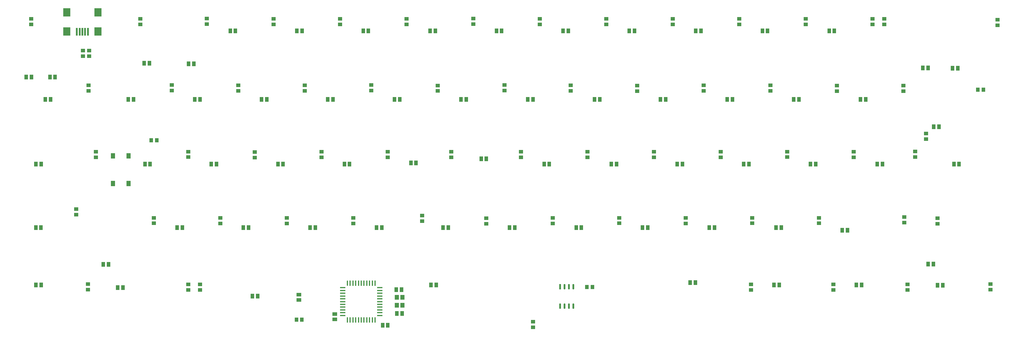
<source format=gbp>
%FSTAX23Y23*%
%MOIN*%
%SFA1B1*%

%IPPOS*%
%ADD10R,0.055000X0.043000*%
%ADD11R,0.043000X0.055000*%
%ADD32R,0.045000X0.055000*%
%ADD33O,0.015000X0.059000*%
%ADD34R,0.015000X0.059000*%
%ADD35R,0.059000X0.015000*%
%ADD36R,0.020000X0.063000*%
%ADD37O,0.020000X0.063000*%
%ADD38R,0.079000X0.098000*%
%ADD39R,0.020000X0.091000*%
%ADD40R,0.051000X0.039000*%
%ADD41R,0.051000X0.061000*%
%ADD42R,0.039000X0.051000*%
G54D10*
X46093Y57954D03*
Y57895D03*
X46499Y57675D03*
Y57734D03*
G54D11*
X5339Y5806D03*
X5333D03*
X43063Y60421D03*
X43004D03*
X43221Y60168D03*
X4328D03*
X43173Y59432D03*
X43114D03*
X43112Y58714D03*
X43171D03*
X43172Y58064D03*
X43112D03*
X4434Y60576D03*
X44399D03*
X4422Y60168D03*
X44161D03*
X44348Y59432D03*
X44407D03*
X43936Y58297D03*
X43877D03*
X44039Y58032D03*
X44098D03*
X44903Y6057D03*
X44844D03*
X44914Y60168D03*
X44973D03*
X4516Y59432D03*
X45101D03*
X44714Y58714D03*
X44773D03*
X45626Y57936D03*
X45567D03*
X45315Y60945D03*
X45374D03*
X45728Y60168D03*
X45669D03*
X45855Y59432D03*
X45914D03*
X45523Y58714D03*
X45464D03*
X4607Y60945D03*
X46129D03*
X4648Y60168D03*
X46421D03*
X46608Y59432D03*
X46667D03*
X4628Y58714D03*
X46221D03*
X46822Y60945D03*
X46881D03*
X47236Y60168D03*
X47177D03*
X47362Y59446D03*
X47421D03*
X47032Y58714D03*
X46973D03*
X47589Y58064D03*
X47648D03*
X4764Y60945D03*
X4758D03*
X47931Y60168D03*
X4799D03*
X48217Y59495D03*
X48158D03*
X47727Y58714D03*
X47786D03*
X48391Y60945D03*
X48332D03*
X48687Y60168D03*
X48746D03*
X48931Y59432D03*
X48872D03*
X48481Y58714D03*
X4854D03*
X49146Y60945D03*
X49087D03*
X49444Y60168D03*
X49503D03*
X49692Y59432D03*
X49633D03*
X49235Y58714D03*
X49294D03*
X49895Y60945D03*
X49836D03*
X50191Y60168D03*
X5025D03*
X50439Y59432D03*
X5038D03*
X49986Y58714D03*
X50045D03*
X53561Y60519D03*
X53501D03*
X50591Y60945D03*
X5065D03*
X51006Y60168D03*
X50947D03*
X51133Y59432D03*
X51192D03*
X50802Y58714D03*
X50743D03*
X50526Y5809D03*
X50586D03*
X51404Y60945D03*
X51345D03*
X51701Y60168D03*
X5176D03*
X51949Y59432D03*
X5189D03*
X515Y58714D03*
X51559D03*
X51535Y58062D03*
X51475D03*
X52102Y60945D03*
X52161D03*
X52516Y60168D03*
X52456D03*
X52647Y59432D03*
X52706D03*
X52309Y58684D03*
X5225D03*
X52409Y58062D03*
X52469D03*
X53222Y60524D03*
X53162D03*
X53285Y59858D03*
X53345D03*
X53574Y59435D03*
X53515D03*
X53224Y58299D03*
X53283D03*
X43331Y6042D03*
X43272D03*
X47042Y57607D03*
X47101D03*
X47263Y57741D03*
X47204D03*
X47257Y58011D03*
X47197D03*
G54D32*
X47266Y57834D03*
X47202D03*
X47266Y57922D03*
X47202D03*
G54D33*
X46642Y58084D03*
G54D34*
X46674Y58084D03*
X46705D03*
X46737D03*
X46768D03*
X468D03*
X46831D03*
X46863D03*
X46894D03*
X46926D03*
X46957D03*
Y57666D03*
X46926D03*
X46894D03*
X46863D03*
X46831D03*
X468D03*
X46768D03*
X46737D03*
X46705D03*
X46674D03*
X46642D03*
G54D35*
X47009Y58033D03*
Y58001D03*
Y5797D03*
Y57938D03*
Y57907D03*
Y57875D03*
Y57844D03*
Y57812D03*
Y57781D03*
Y57749D03*
Y57718D03*
X46591D03*
Y57749D03*
Y57781D03*
Y57812D03*
Y57844D03*
Y57875D03*
Y57907D03*
Y57938D03*
Y5797D03*
Y58001D03*
Y58033D03*
G54D36*
X49052Y58042D03*
G54D37*
X49102Y58042D03*
X49152D03*
X49202D03*
X49052Y57825D03*
X49102D03*
X49152D03*
X49202D03*
G54D38*
X43816Y61155D03*
X43462D03*
Y60938D03*
X43816D03*
G54D39*
X43576Y60935D03*
X43608D03*
X43639D03*
X4367D03*
X43702D03*
G54D40*
X53929Y58072D03*
Y58009D03*
X53328Y58821D03*
Y58758D03*
X43793Y59511D03*
Y59574D03*
X52726Y61081D03*
Y61018D03*
X52988Y5807D03*
Y58007D03*
X52952Y58832D03*
Y58769D03*
X53075Y59577D03*
Y59514D03*
X52942Y60324D03*
Y60261D03*
X52593Y61081D03*
Y61018D03*
X52151Y5807D03*
Y58007D03*
X51987Y58825D03*
Y58762D03*
X52378Y59574D03*
Y59511D03*
X52188Y60324D03*
Y60261D03*
X51836Y6108D03*
Y61017D03*
X51216Y58069D03*
Y58006D03*
X51231Y58825D03*
Y58762D03*
X51627Y59575D03*
Y59512D03*
X51436Y60327D03*
Y60264D03*
X51082Y61081D03*
Y61018D03*
X54009Y61071D03*
Y61008D03*
X50477Y58823D03*
Y5876D03*
X50873Y59574D03*
Y59511D03*
X50679Y60327D03*
Y60264D03*
X50328Y6108D03*
Y61017D03*
X49724Y58825D03*
Y58762D03*
X50117Y59574D03*
Y59511D03*
X49927Y60324D03*
Y60261D03*
X49577Y61081D03*
Y61018D03*
X4897Y58823D03*
Y5876D03*
X49363Y59574D03*
Y59511D03*
X49173Y60327D03*
Y60264D03*
X48822Y6108D03*
Y61017D03*
X48217Y58821D03*
Y58758D03*
X48611Y59574D03*
Y59511D03*
X48423Y60329D03*
Y60266D03*
X48071Y61082D03*
Y61019D03*
X48746Y57647D03*
Y57584D03*
X47491Y58851D03*
Y58788D03*
X47818Y59574D03*
Y59511D03*
X47666Y60325D03*
Y60262D03*
X47314Y61081D03*
Y61018D03*
X46708Y58823D03*
Y5876D03*
X471Y59572D03*
Y59509D03*
X46914Y60329D03*
Y60266D03*
X46559Y61081D03*
Y61018D03*
X45957Y58823D03*
Y5876D03*
X46348Y59574D03*
Y59511D03*
X46159Y60327D03*
Y60264D03*
X45807Y6108D03*
Y61017D03*
X44974Y58071D03*
Y58008D03*
X45202Y58824D03*
Y58761D03*
X45592Y59571D03*
Y59508D03*
X45405Y60327D03*
Y60264D03*
X45051Y61082D03*
Y61019D03*
X4484Y5807D03*
Y58007D03*
X44451Y58825D03*
Y58762D03*
X4484Y59575D03*
Y59512D03*
X44652Y60329D03*
Y60266D03*
X44297Y6108D03*
Y61017D03*
X43704Y58009D03*
Y58072D03*
X43569Y58859D03*
Y58922D03*
X43711Y60263D03*
Y60326D03*
X4306Y61017D03*
Y6108D03*
X43717Y6072D03*
Y60657D03*
X43646Y6072D03*
Y60657D03*
X532Y59779D03*
Y59716D03*
G54D41*
X44163Y59214D03*
Y59527D03*
X43986D03*
Y59214D03*
G54D42*
X53849Y60278D03*
X53787D03*
X46127Y5767D03*
X46065D03*
X44483Y59702D03*
X44421D03*
X49357Y58041D03*
X49419D03*
M02*
</source>
